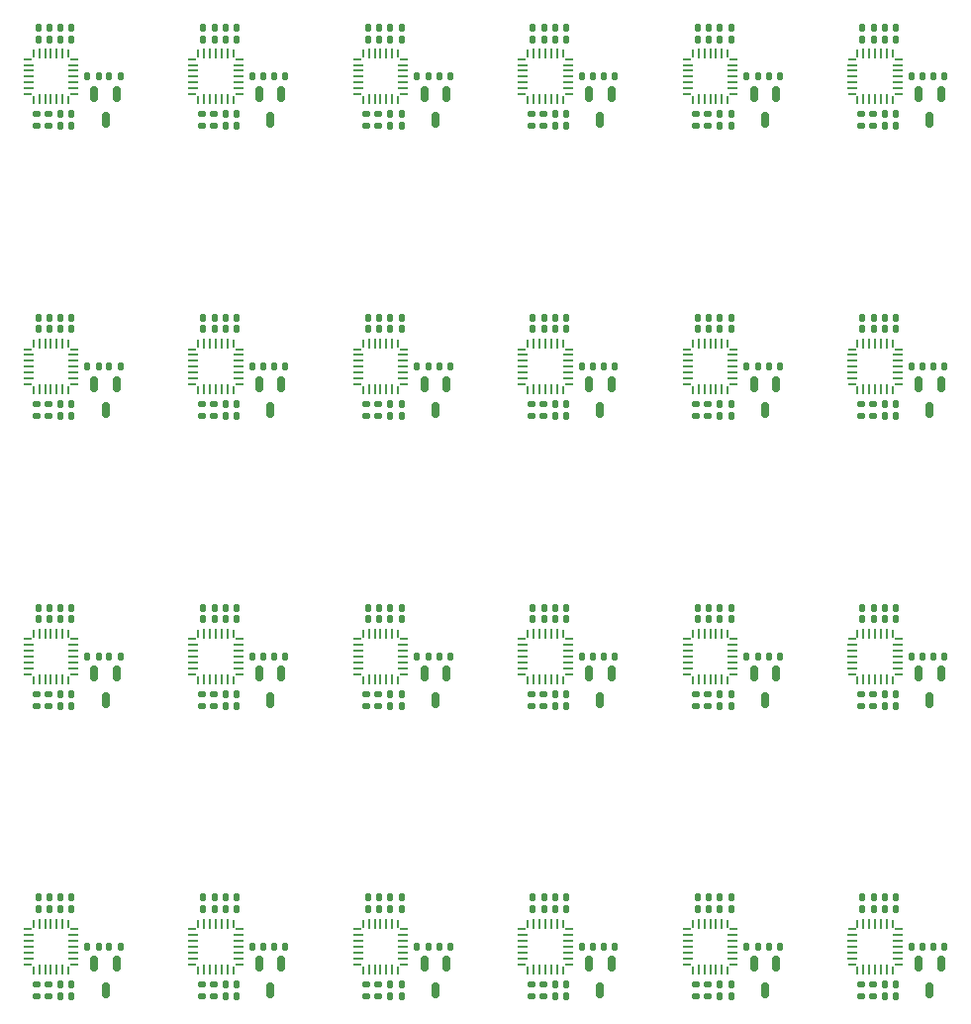
<source format=gbr>
%TF.GenerationSoftware,KiCad,Pcbnew,7.0.8*%
%TF.CreationDate,2024-02-11T12:05:53+00:00*%
%TF.ProjectId,QMK_controller_test,514d4b5f-636f-46e7-9472-6f6c6c65725f,rev?*%
%TF.SameCoordinates,Original*%
%TF.FileFunction,Paste,Top*%
%TF.FilePolarity,Positive*%
%FSLAX46Y46*%
G04 Gerber Fmt 4.6, Leading zero omitted, Abs format (unit mm)*
G04 Created by KiCad (PCBNEW 7.0.8) date 2024-02-11 12:05:53*
%MOMM*%
%LPD*%
G01*
G04 APERTURE LIST*
G04 Aperture macros list*
%AMRoundRect*
0 Rectangle with rounded corners*
0 $1 Rounding radius*
0 $2 $3 $4 $5 $6 $7 $8 $9 X,Y pos of 4 corners*
0 Add a 4 corners polygon primitive as box body*
4,1,4,$2,$3,$4,$5,$6,$7,$8,$9,$2,$3,0*
0 Add four circle primitives for the rounded corners*
1,1,$1+$1,$2,$3*
1,1,$1+$1,$4,$5*
1,1,$1+$1,$6,$7*
1,1,$1+$1,$8,$9*
0 Add four rect primitives between the rounded corners*
20,1,$1+$1,$2,$3,$4,$5,0*
20,1,$1+$1,$4,$5,$6,$7,0*
20,1,$1+$1,$6,$7,$8,$9,0*
20,1,$1+$1,$8,$9,$2,$3,0*%
%AMFreePoly0*
4,1,14,0.230680,0.111820,0.364320,-0.021821,0.377500,-0.053642,0.377500,-0.080000,0.364320,-0.111820,0.332500,-0.125000,-0.332500,-0.125000,-0.364320,-0.111820,-0.377500,-0.080000,-0.377500,0.080000,-0.364320,0.111820,-0.332500,0.125000,0.198860,0.125000,0.230680,0.111820,0.230680,0.111820,$1*%
%AMFreePoly1*
4,1,14,0.364320,0.111820,0.377500,0.080000,0.377501,0.053640,0.364318,0.021819,0.230680,-0.111820,0.198860,-0.125000,-0.332500,-0.125000,-0.364320,-0.111820,-0.377500,-0.080000,-0.377500,0.080000,-0.364320,0.111820,-0.332500,0.125000,0.332500,0.125000,0.364320,0.111820,0.364320,0.111820,$1*%
%AMFreePoly2*
4,1,15,0.053642,0.377500,0.080000,0.377500,0.111820,0.364320,0.125000,0.332500,0.125000,-0.332500,0.111820,-0.364320,0.080000,-0.377500,-0.080000,-0.377500,-0.111820,-0.364320,-0.125000,-0.332500,-0.125000,0.198860,-0.111820,0.230680,0.021820,0.364320,0.053640,0.377501,0.053642,0.377500,0.053642,0.377500,$1*%
%AMFreePoly3*
4,1,14,-0.021820,0.364320,0.111820,0.230679,0.125001,0.198860,0.125000,-0.332500,0.111820,-0.364320,0.080000,-0.377500,-0.080000,-0.377500,-0.111820,-0.364320,-0.125000,-0.332500,-0.125000,0.332500,-0.111820,0.364320,-0.080000,0.377500,-0.053640,0.377500,-0.021820,0.364320,-0.021820,0.364320,$1*%
%AMFreePoly4*
4,1,14,0.364320,0.111820,0.377500,0.080000,0.377500,-0.080000,0.364320,-0.111820,0.332500,-0.125000,-0.198860,-0.125001,-0.230680,-0.111818,-0.364320,0.021820,-0.377500,0.053640,-0.377500,0.080000,-0.364320,0.111820,-0.332500,0.125000,0.332500,0.125000,0.364320,0.111820,0.364320,0.111820,$1*%
%AMFreePoly5*
4,1,15,-0.198858,0.125000,0.332500,0.125000,0.364320,0.111820,0.377500,0.080000,0.377500,-0.080000,0.364320,-0.111820,0.332500,-0.125000,-0.332500,-0.125000,-0.364320,-0.111820,-0.377500,-0.080000,-0.377500,-0.053640,-0.364320,-0.021820,-0.230680,0.111820,-0.198860,0.125001,-0.198858,0.125000,-0.198858,0.125000,$1*%
%AMFreePoly6*
4,1,14,0.111820,0.364320,0.125000,0.332500,0.125001,-0.198860,0.111818,-0.230680,-0.021820,-0.364320,-0.053640,-0.377500,-0.080000,-0.377500,-0.111820,-0.364320,-0.125000,-0.332500,-0.125000,0.332500,-0.111820,0.364320,-0.080000,0.377500,0.080000,0.377500,0.111820,0.364320,0.111820,0.364320,$1*%
%AMFreePoly7*
4,1,14,0.111820,0.364320,0.125000,0.332500,0.125000,-0.332500,0.111820,-0.364320,0.080000,-0.377500,0.053640,-0.377501,0.021819,-0.364318,-0.111820,-0.230680,-0.125000,-0.198860,-0.125000,0.332500,-0.111820,0.364320,-0.080000,0.377500,0.080000,0.377500,0.111820,0.364320,0.111820,0.364320,$1*%
G04 Aperture macros list end*
%ADD10RoundRect,0.140000X-0.140000X-0.170000X0.140000X-0.170000X0.140000X0.170000X-0.140000X0.170000X0*%
%ADD11RoundRect,0.150000X-0.150000X0.512500X-0.150000X-0.512500X0.150000X-0.512500X0.150000X0.512500X0*%
%ADD12RoundRect,0.140000X0.140000X0.170000X-0.140000X0.170000X-0.140000X-0.170000X0.140000X-0.170000X0*%
%ADD13RoundRect,0.135000X-0.185000X0.135000X-0.185000X-0.135000X0.185000X-0.135000X0.185000X0.135000X0*%
%ADD14FreePoly0,90.000000*%
%ADD15RoundRect,0.062500X0.062500X-0.375000X0.062500X0.375000X-0.062500X0.375000X-0.062500X-0.375000X0*%
%ADD16FreePoly1,90.000000*%
%ADD17FreePoly2,90.000000*%
%ADD18RoundRect,0.062500X0.375000X-0.062500X0.375000X0.062500X-0.375000X0.062500X-0.375000X-0.062500X0*%
%ADD19FreePoly3,90.000000*%
%ADD20FreePoly4,90.000000*%
%ADD21FreePoly5,90.000000*%
%ADD22FreePoly6,90.000000*%
%ADD23FreePoly7,90.000000*%
%ADD24RoundRect,0.135000X0.185000X-0.135000X0.185000X0.135000X-0.185000X0.135000X-0.185000X-0.135000X0*%
G04 APERTURE END LIST*
D10*
%TO.C,C7*%
X156090000Y-111895000D03*
X157050000Y-111895000D03*
%TD*%
D11*
%TO.C,U2*%
X118600000Y-142357500D03*
X116700000Y-142357500D03*
X117650000Y-144632500D03*
%TD*%
D12*
%TO.C,C5*%
X126950000Y-137695000D03*
X125990000Y-137695000D03*
%TD*%
D11*
%TO.C,U2*%
X90400000Y-117557500D03*
X88500000Y-117557500D03*
X89450000Y-119832500D03*
%TD*%
D10*
%TO.C,C8*%
X156090000Y-63295000D03*
X157050000Y-63295000D03*
%TD*%
D11*
%TO.C,U2*%
X90400000Y-142357500D03*
X88500000Y-142357500D03*
X89450000Y-144632500D03*
%TD*%
D10*
%TO.C,C3*%
X99690000Y-70695000D03*
X100650000Y-70695000D03*
%TD*%
D11*
%TO.C,U2*%
X132700000Y-92757500D03*
X130800000Y-92757500D03*
X131750000Y-95032500D03*
%TD*%
%TO.C,U2*%
X132700000Y-117557500D03*
X130800000Y-117557500D03*
X131750000Y-119832500D03*
%TD*%
D12*
%TO.C,C6*%
X126950000Y-111895000D03*
X125990000Y-111895000D03*
%TD*%
D13*
%TO.C,R2*%
X83550000Y-119287500D03*
X83550000Y-120307500D03*
%TD*%
D14*
%TO.C,U1*%
X97370000Y-118092500D03*
D15*
X97870000Y-118032500D03*
X98370000Y-118032500D03*
X98870000Y-118032500D03*
X99370000Y-118032500D03*
X99870000Y-118032500D03*
D16*
X100370000Y-118092500D03*
D17*
X100867500Y-117595000D03*
D18*
X100807500Y-117095000D03*
X100807500Y-116595000D03*
X100807500Y-116095000D03*
X100807500Y-115595000D03*
X100807500Y-115095000D03*
D19*
X100867500Y-114595000D03*
D20*
X100370000Y-114097500D03*
D15*
X99870000Y-114157500D03*
X99370000Y-114157500D03*
X98870000Y-114157500D03*
X98370000Y-114157500D03*
X97870000Y-114157500D03*
D21*
X97370000Y-114097500D03*
D22*
X96872500Y-114595000D03*
D18*
X96932500Y-115095000D03*
X96932500Y-115595000D03*
X96932500Y-116095000D03*
X96932500Y-116595000D03*
X96932500Y-117095000D03*
D23*
X96872500Y-117595000D03*
%TD*%
D10*
%TO.C,C2*%
X144290000Y-66495000D03*
X145250000Y-66495000D03*
%TD*%
%TO.C,C7*%
X113790000Y-136695000D03*
X114750000Y-136695000D03*
%TD*%
%TO.C,C1*%
X160270000Y-66495000D03*
X161230000Y-66495000D03*
%TD*%
%TO.C,C7*%
X156090000Y-136695000D03*
X157050000Y-136695000D03*
%TD*%
D12*
%TO.C,C6*%
X84650000Y-87095000D03*
X83690000Y-87095000D03*
%TD*%
%TO.C,C5*%
X98750000Y-112895000D03*
X97790000Y-112895000D03*
%TD*%
D10*
%TO.C,C8*%
X85590000Y-88095000D03*
X86550000Y-88095000D03*
%TD*%
D12*
%TO.C,C6*%
X84650000Y-62295000D03*
X83690000Y-62295000D03*
%TD*%
D10*
%TO.C,C3*%
X141990000Y-70695000D03*
X142950000Y-70695000D03*
%TD*%
%TO.C,C1*%
X103870000Y-140895000D03*
X104830000Y-140895000D03*
%TD*%
D11*
%TO.C,U2*%
X118600000Y-117557500D03*
X116700000Y-117557500D03*
X117650000Y-119832500D03*
%TD*%
%TO.C,U2*%
X104500000Y-92757500D03*
X102600000Y-92757500D03*
X103550000Y-95032500D03*
%TD*%
%TO.C,U2*%
X146800000Y-67957500D03*
X144900000Y-67957500D03*
X145850000Y-70232500D03*
%TD*%
D10*
%TO.C,C4*%
X113790000Y-119295000D03*
X114750000Y-119295000D03*
%TD*%
D24*
%TO.C,R1*%
X126870000Y-120305000D03*
X126870000Y-119285000D03*
%TD*%
D10*
%TO.C,C2*%
X116090000Y-91295000D03*
X117050000Y-91295000D03*
%TD*%
D14*
%TO.C,U1*%
X83270000Y-118092500D03*
D15*
X83770000Y-118032500D03*
X84270000Y-118032500D03*
X84770000Y-118032500D03*
X85270000Y-118032500D03*
X85770000Y-118032500D03*
D16*
X86270000Y-118092500D03*
D17*
X86767500Y-117595000D03*
D18*
X86707500Y-117095000D03*
X86707500Y-116595000D03*
X86707500Y-116095000D03*
X86707500Y-115595000D03*
X86707500Y-115095000D03*
D19*
X86767500Y-114595000D03*
D20*
X86270000Y-114097500D03*
D15*
X85770000Y-114157500D03*
X85270000Y-114157500D03*
X84770000Y-114157500D03*
X84270000Y-114157500D03*
X83770000Y-114157500D03*
D21*
X83270000Y-114097500D03*
D22*
X82772500Y-114595000D03*
D18*
X82832500Y-115095000D03*
X82832500Y-115595000D03*
X82832500Y-116095000D03*
X82832500Y-116595000D03*
X82832500Y-117095000D03*
D23*
X82772500Y-117595000D03*
%TD*%
D10*
%TO.C,C4*%
X127890000Y-119295000D03*
X128850000Y-119295000D03*
%TD*%
%TO.C,C1*%
X160270000Y-116095000D03*
X161230000Y-116095000D03*
%TD*%
%TO.C,C2*%
X87890000Y-140895000D03*
X88850000Y-140895000D03*
%TD*%
D12*
%TO.C,C6*%
X126950000Y-87095000D03*
X125990000Y-87095000D03*
%TD*%
D10*
%TO.C,C2*%
X87890000Y-91295000D03*
X88850000Y-91295000D03*
%TD*%
%TO.C,C8*%
X156090000Y-112895000D03*
X157050000Y-112895000D03*
%TD*%
D14*
%TO.C,U1*%
X139670000Y-93292500D03*
D15*
X140170000Y-93232500D03*
X140670000Y-93232500D03*
X141170000Y-93232500D03*
X141670000Y-93232500D03*
X142170000Y-93232500D03*
D16*
X142670000Y-93292500D03*
D17*
X143167500Y-92795000D03*
D18*
X143107500Y-92295000D03*
X143107500Y-91795000D03*
X143107500Y-91295000D03*
X143107500Y-90795000D03*
X143107500Y-90295000D03*
D19*
X143167500Y-89795000D03*
D20*
X142670000Y-89297500D03*
D15*
X142170000Y-89357500D03*
X141670000Y-89357500D03*
X141170000Y-89357500D03*
X140670000Y-89357500D03*
X140170000Y-89357500D03*
D21*
X139670000Y-89297500D03*
D22*
X139172500Y-89795000D03*
D18*
X139232500Y-90295000D03*
X139232500Y-90795000D03*
X139232500Y-91295000D03*
X139232500Y-91795000D03*
X139232500Y-92295000D03*
D23*
X139172500Y-92795000D03*
%TD*%
D12*
%TO.C,C6*%
X98750000Y-62295000D03*
X97790000Y-62295000D03*
%TD*%
D24*
%TO.C,R1*%
X126870000Y-145105000D03*
X126870000Y-144085000D03*
%TD*%
D10*
%TO.C,C8*%
X85590000Y-63295000D03*
X86550000Y-63295000D03*
%TD*%
D11*
%TO.C,U2*%
X160900000Y-92757500D03*
X159000000Y-92757500D03*
X159950000Y-95032500D03*
%TD*%
D10*
%TO.C,C4*%
X141990000Y-69695000D03*
X142950000Y-69695000D03*
%TD*%
D24*
%TO.C,R1*%
X112770000Y-70705000D03*
X112770000Y-69685000D03*
%TD*%
D13*
%TO.C,R2*%
X125850000Y-119287500D03*
X125850000Y-120307500D03*
%TD*%
D10*
%TO.C,C1*%
X132070000Y-66495000D03*
X133030000Y-66495000D03*
%TD*%
D24*
%TO.C,R1*%
X98670000Y-95505000D03*
X98670000Y-94485000D03*
%TD*%
D10*
%TO.C,C8*%
X113790000Y-88095000D03*
X114750000Y-88095000D03*
%TD*%
D13*
%TO.C,R2*%
X154050000Y-144087500D03*
X154050000Y-145107500D03*
%TD*%
D10*
%TO.C,C3*%
X156090000Y-145095000D03*
X157050000Y-145095000D03*
%TD*%
D12*
%TO.C,C5*%
X98750000Y-63295000D03*
X97790000Y-63295000D03*
%TD*%
D10*
%TO.C,C2*%
X130190000Y-116095000D03*
X131150000Y-116095000D03*
%TD*%
D13*
%TO.C,R2*%
X125850000Y-94487500D03*
X125850000Y-95507500D03*
%TD*%
%TO.C,R2*%
X111750000Y-119287500D03*
X111750000Y-120307500D03*
%TD*%
D10*
%TO.C,C3*%
X85590000Y-70695000D03*
X86550000Y-70695000D03*
%TD*%
%TO.C,C3*%
X127890000Y-145095000D03*
X128850000Y-145095000D03*
%TD*%
D12*
%TO.C,C6*%
X98750000Y-111895000D03*
X97790000Y-111895000D03*
%TD*%
%TO.C,C6*%
X98750000Y-136695000D03*
X97790000Y-136695000D03*
%TD*%
D10*
%TO.C,C4*%
X113790000Y-144095000D03*
X114750000Y-144095000D03*
%TD*%
D24*
%TO.C,R1*%
X140970000Y-95505000D03*
X140970000Y-94485000D03*
%TD*%
D10*
%TO.C,C4*%
X127890000Y-144095000D03*
X128850000Y-144095000D03*
%TD*%
%TO.C,C2*%
X101990000Y-140895000D03*
X102950000Y-140895000D03*
%TD*%
%TO.C,C8*%
X99690000Y-137695000D03*
X100650000Y-137695000D03*
%TD*%
%TO.C,C7*%
X156090000Y-87095000D03*
X157050000Y-87095000D03*
%TD*%
D11*
%TO.C,U2*%
X160900000Y-67957500D03*
X159000000Y-67957500D03*
X159950000Y-70232500D03*
%TD*%
D10*
%TO.C,C7*%
X127890000Y-62295000D03*
X128850000Y-62295000D03*
%TD*%
D13*
%TO.C,R2*%
X97650000Y-119287500D03*
X97650000Y-120307500D03*
%TD*%
D12*
%TO.C,C6*%
X112850000Y-136695000D03*
X111890000Y-136695000D03*
%TD*%
D10*
%TO.C,C1*%
X117970000Y-66495000D03*
X118930000Y-66495000D03*
%TD*%
%TO.C,C4*%
X85590000Y-94495000D03*
X86550000Y-94495000D03*
%TD*%
%TO.C,C2*%
X130190000Y-91295000D03*
X131150000Y-91295000D03*
%TD*%
D13*
%TO.C,R2*%
X97650000Y-94487500D03*
X97650000Y-95507500D03*
%TD*%
D10*
%TO.C,C2*%
X101990000Y-66495000D03*
X102950000Y-66495000D03*
%TD*%
%TO.C,C2*%
X101990000Y-91295000D03*
X102950000Y-91295000D03*
%TD*%
D12*
%TO.C,C6*%
X98750000Y-87095000D03*
X97790000Y-87095000D03*
%TD*%
D10*
%TO.C,C4*%
X141990000Y-144095000D03*
X142950000Y-144095000D03*
%TD*%
D12*
%TO.C,C6*%
X155150000Y-136695000D03*
X154190000Y-136695000D03*
%TD*%
D10*
%TO.C,C3*%
X156090000Y-95495000D03*
X157050000Y-95495000D03*
%TD*%
D12*
%TO.C,C6*%
X112850000Y-87095000D03*
X111890000Y-87095000D03*
%TD*%
D14*
%TO.C,U1*%
X125570000Y-118092500D03*
D15*
X126070000Y-118032500D03*
X126570000Y-118032500D03*
X127070000Y-118032500D03*
X127570000Y-118032500D03*
X128070000Y-118032500D03*
D16*
X128570000Y-118092500D03*
D17*
X129067500Y-117595000D03*
D18*
X129007500Y-117095000D03*
X129007500Y-116595000D03*
X129007500Y-116095000D03*
X129007500Y-115595000D03*
X129007500Y-115095000D03*
D19*
X129067500Y-114595000D03*
D20*
X128570000Y-114097500D03*
D15*
X128070000Y-114157500D03*
X127570000Y-114157500D03*
X127070000Y-114157500D03*
X126570000Y-114157500D03*
X126070000Y-114157500D03*
D21*
X125570000Y-114097500D03*
D22*
X125072500Y-114595000D03*
D18*
X125132500Y-115095000D03*
X125132500Y-115595000D03*
X125132500Y-116095000D03*
X125132500Y-116595000D03*
X125132500Y-117095000D03*
D23*
X125072500Y-117595000D03*
%TD*%
D24*
%TO.C,R1*%
X126870000Y-70705000D03*
X126870000Y-69685000D03*
%TD*%
D12*
%TO.C,C6*%
X155150000Y-62295000D03*
X154190000Y-62295000D03*
%TD*%
D10*
%TO.C,C1*%
X117970000Y-91295000D03*
X118930000Y-91295000D03*
%TD*%
%TO.C,C8*%
X127890000Y-63295000D03*
X128850000Y-63295000D03*
%TD*%
%TO.C,C8*%
X127890000Y-112895000D03*
X128850000Y-112895000D03*
%TD*%
D14*
%TO.C,U1*%
X125570000Y-68492500D03*
D15*
X126070000Y-68432500D03*
X126570000Y-68432500D03*
X127070000Y-68432500D03*
X127570000Y-68432500D03*
X128070000Y-68432500D03*
D16*
X128570000Y-68492500D03*
D17*
X129067500Y-67995000D03*
D18*
X129007500Y-67495000D03*
X129007500Y-66995000D03*
X129007500Y-66495000D03*
X129007500Y-65995000D03*
X129007500Y-65495000D03*
D19*
X129067500Y-64995000D03*
D20*
X128570000Y-64497500D03*
D15*
X128070000Y-64557500D03*
X127570000Y-64557500D03*
X127070000Y-64557500D03*
X126570000Y-64557500D03*
X126070000Y-64557500D03*
D21*
X125570000Y-64497500D03*
D22*
X125072500Y-64995000D03*
D18*
X125132500Y-65495000D03*
X125132500Y-65995000D03*
X125132500Y-66495000D03*
X125132500Y-66995000D03*
X125132500Y-67495000D03*
D23*
X125072500Y-67995000D03*
%TD*%
D10*
%TO.C,C3*%
X85590000Y-120295000D03*
X86550000Y-120295000D03*
%TD*%
%TO.C,C7*%
X141990000Y-111895000D03*
X142950000Y-111895000D03*
%TD*%
%TO.C,C3*%
X156090000Y-120295000D03*
X157050000Y-120295000D03*
%TD*%
D12*
%TO.C,C5*%
X141050000Y-63295000D03*
X140090000Y-63295000D03*
%TD*%
D10*
%TO.C,C3*%
X113790000Y-120295000D03*
X114750000Y-120295000D03*
%TD*%
D24*
%TO.C,R1*%
X140970000Y-70705000D03*
X140970000Y-69685000D03*
%TD*%
D12*
%TO.C,C6*%
X112850000Y-111895000D03*
X111890000Y-111895000D03*
%TD*%
D11*
%TO.C,U2*%
X104500000Y-67957500D03*
X102600000Y-67957500D03*
X103550000Y-70232500D03*
%TD*%
D24*
%TO.C,R1*%
X140970000Y-120305000D03*
X140970000Y-119285000D03*
%TD*%
D10*
%TO.C,C2*%
X158390000Y-116095000D03*
X159350000Y-116095000D03*
%TD*%
%TO.C,C8*%
X156090000Y-88095000D03*
X157050000Y-88095000D03*
%TD*%
%TO.C,C8*%
X127890000Y-137695000D03*
X128850000Y-137695000D03*
%TD*%
%TO.C,C7*%
X85590000Y-136695000D03*
X86550000Y-136695000D03*
%TD*%
%TO.C,C2*%
X144290000Y-91295000D03*
X145250000Y-91295000D03*
%TD*%
D12*
%TO.C,C6*%
X141050000Y-136695000D03*
X140090000Y-136695000D03*
%TD*%
D24*
%TO.C,R1*%
X140970000Y-145105000D03*
X140970000Y-144085000D03*
%TD*%
D10*
%TO.C,C4*%
X85590000Y-69695000D03*
X86550000Y-69695000D03*
%TD*%
D12*
%TO.C,C5*%
X155150000Y-137695000D03*
X154190000Y-137695000D03*
%TD*%
D10*
%TO.C,C7*%
X127890000Y-87095000D03*
X128850000Y-87095000D03*
%TD*%
D12*
%TO.C,C6*%
X141050000Y-62295000D03*
X140090000Y-62295000D03*
%TD*%
%TO.C,C5*%
X98750000Y-137695000D03*
X97790000Y-137695000D03*
%TD*%
D10*
%TO.C,C1*%
X103870000Y-116095000D03*
X104830000Y-116095000D03*
%TD*%
%TO.C,C7*%
X99690000Y-62295000D03*
X100650000Y-62295000D03*
%TD*%
%TO.C,C1*%
X89770000Y-66495000D03*
X90730000Y-66495000D03*
%TD*%
%TO.C,C4*%
X85590000Y-119295000D03*
X86550000Y-119295000D03*
%TD*%
D13*
%TO.C,R2*%
X125850000Y-144087500D03*
X125850000Y-145107500D03*
%TD*%
D10*
%TO.C,C2*%
X101990000Y-116095000D03*
X102950000Y-116095000D03*
%TD*%
%TO.C,C7*%
X85590000Y-111895000D03*
X86550000Y-111895000D03*
%TD*%
%TO.C,C2*%
X144290000Y-140895000D03*
X145250000Y-140895000D03*
%TD*%
%TO.C,C3*%
X141990000Y-145095000D03*
X142950000Y-145095000D03*
%TD*%
%TO.C,C4*%
X156090000Y-69695000D03*
X157050000Y-69695000D03*
%TD*%
%TO.C,C8*%
X141990000Y-112895000D03*
X142950000Y-112895000D03*
%TD*%
%TO.C,C1*%
X132070000Y-140895000D03*
X133030000Y-140895000D03*
%TD*%
%TO.C,C4*%
X127890000Y-69695000D03*
X128850000Y-69695000D03*
%TD*%
%TO.C,C1*%
X103870000Y-91295000D03*
X104830000Y-91295000D03*
%TD*%
D13*
%TO.C,R2*%
X83550000Y-69687500D03*
X83550000Y-70707500D03*
%TD*%
D11*
%TO.C,U2*%
X90400000Y-67957500D03*
X88500000Y-67957500D03*
X89450000Y-70232500D03*
%TD*%
D13*
%TO.C,R2*%
X83550000Y-144087500D03*
X83550000Y-145107500D03*
%TD*%
D12*
%TO.C,C5*%
X112850000Y-137695000D03*
X111890000Y-137695000D03*
%TD*%
D11*
%TO.C,U2*%
X132700000Y-67957500D03*
X130800000Y-67957500D03*
X131750000Y-70232500D03*
%TD*%
D24*
%TO.C,R1*%
X84570000Y-145105000D03*
X84570000Y-144085000D03*
%TD*%
D10*
%TO.C,C4*%
X127890000Y-94495000D03*
X128850000Y-94495000D03*
%TD*%
D12*
%TO.C,C5*%
X141050000Y-88095000D03*
X140090000Y-88095000D03*
%TD*%
D10*
%TO.C,C7*%
X113790000Y-62295000D03*
X114750000Y-62295000D03*
%TD*%
%TO.C,C4*%
X113790000Y-69695000D03*
X114750000Y-69695000D03*
%TD*%
%TO.C,C3*%
X113790000Y-70695000D03*
X114750000Y-70695000D03*
%TD*%
D14*
%TO.C,U1*%
X111470000Y-93292500D03*
D15*
X111970000Y-93232500D03*
X112470000Y-93232500D03*
X112970000Y-93232500D03*
X113470000Y-93232500D03*
X113970000Y-93232500D03*
D16*
X114470000Y-93292500D03*
D17*
X114967500Y-92795000D03*
D18*
X114907500Y-92295000D03*
X114907500Y-91795000D03*
X114907500Y-91295000D03*
X114907500Y-90795000D03*
X114907500Y-90295000D03*
D19*
X114967500Y-89795000D03*
D20*
X114470000Y-89297500D03*
D15*
X113970000Y-89357500D03*
X113470000Y-89357500D03*
X112970000Y-89357500D03*
X112470000Y-89357500D03*
X111970000Y-89357500D03*
D21*
X111470000Y-89297500D03*
D22*
X110972500Y-89795000D03*
D18*
X111032500Y-90295000D03*
X111032500Y-90795000D03*
X111032500Y-91295000D03*
X111032500Y-91795000D03*
X111032500Y-92295000D03*
D23*
X110972500Y-92795000D03*
%TD*%
D10*
%TO.C,C3*%
X113790000Y-145095000D03*
X114750000Y-145095000D03*
%TD*%
D14*
%TO.C,U1*%
X97370000Y-142892500D03*
D15*
X97870000Y-142832500D03*
X98370000Y-142832500D03*
X98870000Y-142832500D03*
X99370000Y-142832500D03*
X99870000Y-142832500D03*
D16*
X100370000Y-142892500D03*
D17*
X100867500Y-142395000D03*
D18*
X100807500Y-141895000D03*
X100807500Y-141395000D03*
X100807500Y-140895000D03*
X100807500Y-140395000D03*
X100807500Y-139895000D03*
D19*
X100867500Y-139395000D03*
D20*
X100370000Y-138897500D03*
D15*
X99870000Y-138957500D03*
X99370000Y-138957500D03*
X98870000Y-138957500D03*
X98370000Y-138957500D03*
X97870000Y-138957500D03*
D21*
X97370000Y-138897500D03*
D22*
X96872500Y-139395000D03*
D18*
X96932500Y-139895000D03*
X96932500Y-140395000D03*
X96932500Y-140895000D03*
X96932500Y-141395000D03*
X96932500Y-141895000D03*
D23*
X96872500Y-142395000D03*
%TD*%
D10*
%TO.C,C7*%
X113790000Y-87095000D03*
X114750000Y-87095000D03*
%TD*%
%TO.C,C8*%
X85590000Y-137695000D03*
X86550000Y-137695000D03*
%TD*%
%TO.C,C4*%
X156090000Y-144095000D03*
X157050000Y-144095000D03*
%TD*%
D13*
%TO.C,R2*%
X111750000Y-144087500D03*
X111750000Y-145107500D03*
%TD*%
D12*
%TO.C,C5*%
X112850000Y-88095000D03*
X111890000Y-88095000D03*
%TD*%
D10*
%TO.C,C1*%
X117970000Y-116095000D03*
X118930000Y-116095000D03*
%TD*%
D14*
%TO.C,U1*%
X111470000Y-118092500D03*
D15*
X111970000Y-118032500D03*
X112470000Y-118032500D03*
X112970000Y-118032500D03*
X113470000Y-118032500D03*
X113970000Y-118032500D03*
D16*
X114470000Y-118092500D03*
D17*
X114967500Y-117595000D03*
D18*
X114907500Y-117095000D03*
X114907500Y-116595000D03*
X114907500Y-116095000D03*
X114907500Y-115595000D03*
X114907500Y-115095000D03*
D19*
X114967500Y-114595000D03*
D20*
X114470000Y-114097500D03*
D15*
X113970000Y-114157500D03*
X113470000Y-114157500D03*
X112970000Y-114157500D03*
X112470000Y-114157500D03*
X111970000Y-114157500D03*
D21*
X111470000Y-114097500D03*
D22*
X110972500Y-114595000D03*
D18*
X111032500Y-115095000D03*
X111032500Y-115595000D03*
X111032500Y-116095000D03*
X111032500Y-116595000D03*
X111032500Y-117095000D03*
D23*
X110972500Y-117595000D03*
%TD*%
D12*
%TO.C,C5*%
X155150000Y-63295000D03*
X154190000Y-63295000D03*
%TD*%
D14*
%TO.C,U1*%
X139670000Y-68492500D03*
D15*
X140170000Y-68432500D03*
X140670000Y-68432500D03*
X141170000Y-68432500D03*
X141670000Y-68432500D03*
X142170000Y-68432500D03*
D16*
X142670000Y-68492500D03*
D17*
X143167500Y-67995000D03*
D18*
X143107500Y-67495000D03*
X143107500Y-66995000D03*
X143107500Y-66495000D03*
X143107500Y-65995000D03*
X143107500Y-65495000D03*
D19*
X143167500Y-64995000D03*
D20*
X142670000Y-64497500D03*
D15*
X142170000Y-64557500D03*
X141670000Y-64557500D03*
X141170000Y-64557500D03*
X140670000Y-64557500D03*
X140170000Y-64557500D03*
D21*
X139670000Y-64497500D03*
D22*
X139172500Y-64995000D03*
D18*
X139232500Y-65495000D03*
X139232500Y-65995000D03*
X139232500Y-66495000D03*
X139232500Y-66995000D03*
X139232500Y-67495000D03*
D23*
X139172500Y-67995000D03*
%TD*%
D10*
%TO.C,C7*%
X99690000Y-136695000D03*
X100650000Y-136695000D03*
%TD*%
%TO.C,C2*%
X130190000Y-66495000D03*
X131150000Y-66495000D03*
%TD*%
%TO.C,C8*%
X113790000Y-137695000D03*
X114750000Y-137695000D03*
%TD*%
%TO.C,C4*%
X113790000Y-94495000D03*
X114750000Y-94495000D03*
%TD*%
%TO.C,C1*%
X146170000Y-140895000D03*
X147130000Y-140895000D03*
%TD*%
D13*
%TO.C,R2*%
X111750000Y-69687500D03*
X111750000Y-70707500D03*
%TD*%
D10*
%TO.C,C2*%
X158390000Y-140895000D03*
X159350000Y-140895000D03*
%TD*%
D14*
%TO.C,U1*%
X111470000Y-142892500D03*
D15*
X111970000Y-142832500D03*
X112470000Y-142832500D03*
X112970000Y-142832500D03*
X113470000Y-142832500D03*
X113970000Y-142832500D03*
D16*
X114470000Y-142892500D03*
D17*
X114967500Y-142395000D03*
D18*
X114907500Y-141895000D03*
X114907500Y-141395000D03*
X114907500Y-140895000D03*
X114907500Y-140395000D03*
X114907500Y-139895000D03*
D19*
X114967500Y-139395000D03*
D20*
X114470000Y-138897500D03*
D15*
X113970000Y-138957500D03*
X113470000Y-138957500D03*
X112970000Y-138957500D03*
X112470000Y-138957500D03*
X111970000Y-138957500D03*
D21*
X111470000Y-138897500D03*
D22*
X110972500Y-139395000D03*
D18*
X111032500Y-139895000D03*
X111032500Y-140395000D03*
X111032500Y-140895000D03*
X111032500Y-141395000D03*
X111032500Y-141895000D03*
D23*
X110972500Y-142395000D03*
%TD*%
D12*
%TO.C,C5*%
X126950000Y-88095000D03*
X125990000Y-88095000D03*
%TD*%
D14*
%TO.C,U1*%
X83270000Y-68492500D03*
D15*
X83770000Y-68432500D03*
X84270000Y-68432500D03*
X84770000Y-68432500D03*
X85270000Y-68432500D03*
X85770000Y-68432500D03*
D16*
X86270000Y-68492500D03*
D17*
X86767500Y-67995000D03*
D18*
X86707500Y-67495000D03*
X86707500Y-66995000D03*
X86707500Y-66495000D03*
X86707500Y-65995000D03*
X86707500Y-65495000D03*
D19*
X86767500Y-64995000D03*
D20*
X86270000Y-64497500D03*
D15*
X85770000Y-64557500D03*
X85270000Y-64557500D03*
X84770000Y-64557500D03*
X84270000Y-64557500D03*
X83770000Y-64557500D03*
D21*
X83270000Y-64497500D03*
D22*
X82772500Y-64995000D03*
D18*
X82832500Y-65495000D03*
X82832500Y-65995000D03*
X82832500Y-66495000D03*
X82832500Y-66995000D03*
X82832500Y-67495000D03*
D23*
X82772500Y-67995000D03*
%TD*%
D14*
%TO.C,U1*%
X97370000Y-93292500D03*
D15*
X97870000Y-93232500D03*
X98370000Y-93232500D03*
X98870000Y-93232500D03*
X99370000Y-93232500D03*
X99870000Y-93232500D03*
D16*
X100370000Y-93292500D03*
D17*
X100867500Y-92795000D03*
D18*
X100807500Y-92295000D03*
X100807500Y-91795000D03*
X100807500Y-91295000D03*
X100807500Y-90795000D03*
X100807500Y-90295000D03*
D19*
X100867500Y-89795000D03*
D20*
X100370000Y-89297500D03*
D15*
X99870000Y-89357500D03*
X99370000Y-89357500D03*
X98870000Y-89357500D03*
X98370000Y-89357500D03*
X97870000Y-89357500D03*
D21*
X97370000Y-89297500D03*
D22*
X96872500Y-89795000D03*
D18*
X96932500Y-90295000D03*
X96932500Y-90795000D03*
X96932500Y-91295000D03*
X96932500Y-91795000D03*
X96932500Y-92295000D03*
D23*
X96872500Y-92795000D03*
%TD*%
D14*
%TO.C,U1*%
X111470000Y-68492500D03*
D15*
X111970000Y-68432500D03*
X112470000Y-68432500D03*
X112970000Y-68432500D03*
X113470000Y-68432500D03*
X113970000Y-68432500D03*
D16*
X114470000Y-68492500D03*
D17*
X114967500Y-67995000D03*
D18*
X114907500Y-67495000D03*
X114907500Y-66995000D03*
X114907500Y-66495000D03*
X114907500Y-65995000D03*
X114907500Y-65495000D03*
D19*
X114967500Y-64995000D03*
D20*
X114470000Y-64497500D03*
D15*
X113970000Y-64557500D03*
X113470000Y-64557500D03*
X112970000Y-64557500D03*
X112470000Y-64557500D03*
X111970000Y-64557500D03*
D21*
X111470000Y-64497500D03*
D22*
X110972500Y-64995000D03*
D18*
X111032500Y-65495000D03*
X111032500Y-65995000D03*
X111032500Y-66495000D03*
X111032500Y-66995000D03*
X111032500Y-67495000D03*
D23*
X110972500Y-67995000D03*
%TD*%
D10*
%TO.C,C4*%
X99690000Y-119295000D03*
X100650000Y-119295000D03*
%TD*%
D12*
%TO.C,C5*%
X141050000Y-112895000D03*
X140090000Y-112895000D03*
%TD*%
D14*
%TO.C,U1*%
X153770000Y-68492500D03*
D15*
X154270000Y-68432500D03*
X154770000Y-68432500D03*
X155270000Y-68432500D03*
X155770000Y-68432500D03*
X156270000Y-68432500D03*
D16*
X156770000Y-68492500D03*
D17*
X157267500Y-67995000D03*
D18*
X157207500Y-67495000D03*
X157207500Y-66995000D03*
X157207500Y-66495000D03*
X157207500Y-65995000D03*
X157207500Y-65495000D03*
D19*
X157267500Y-64995000D03*
D20*
X156770000Y-64497500D03*
D15*
X156270000Y-64557500D03*
X155770000Y-64557500D03*
X155270000Y-64557500D03*
X154770000Y-64557500D03*
X154270000Y-64557500D03*
D21*
X153770000Y-64497500D03*
D22*
X153272500Y-64995000D03*
D18*
X153332500Y-65495000D03*
X153332500Y-65995000D03*
X153332500Y-66495000D03*
X153332500Y-66995000D03*
X153332500Y-67495000D03*
D23*
X153272500Y-67995000D03*
%TD*%
D12*
%TO.C,C6*%
X155150000Y-87095000D03*
X154190000Y-87095000D03*
%TD*%
%TO.C,C5*%
X155150000Y-112895000D03*
X154190000Y-112895000D03*
%TD*%
D10*
%TO.C,C1*%
X89770000Y-140895000D03*
X90730000Y-140895000D03*
%TD*%
D11*
%TO.C,U2*%
X132700000Y-142357500D03*
X130800000Y-142357500D03*
X131750000Y-144632500D03*
%TD*%
D10*
%TO.C,C8*%
X127890000Y-88095000D03*
X128850000Y-88095000D03*
%TD*%
%TO.C,C2*%
X158390000Y-91295000D03*
X159350000Y-91295000D03*
%TD*%
D12*
%TO.C,C6*%
X84650000Y-136695000D03*
X83690000Y-136695000D03*
%TD*%
D11*
%TO.C,U2*%
X160900000Y-142357500D03*
X159000000Y-142357500D03*
X159950000Y-144632500D03*
%TD*%
%TO.C,U2*%
X146800000Y-142357500D03*
X144900000Y-142357500D03*
X145850000Y-144632500D03*
%TD*%
D10*
%TO.C,C8*%
X113790000Y-63295000D03*
X114750000Y-63295000D03*
%TD*%
D12*
%TO.C,C5*%
X126950000Y-112895000D03*
X125990000Y-112895000D03*
%TD*%
D11*
%TO.C,U2*%
X90400000Y-92757500D03*
X88500000Y-92757500D03*
X89450000Y-95032500D03*
%TD*%
D14*
%TO.C,U1*%
X125570000Y-93292500D03*
D15*
X126070000Y-93232500D03*
X126570000Y-93232500D03*
X127070000Y-93232500D03*
X127570000Y-93232500D03*
X128070000Y-93232500D03*
D16*
X128570000Y-93292500D03*
D17*
X129067500Y-92795000D03*
D18*
X129007500Y-92295000D03*
X129007500Y-91795000D03*
X129007500Y-91295000D03*
X129007500Y-90795000D03*
X129007500Y-90295000D03*
D19*
X129067500Y-89795000D03*
D20*
X128570000Y-89297500D03*
D15*
X128070000Y-89357500D03*
X127570000Y-89357500D03*
X127070000Y-89357500D03*
X126570000Y-89357500D03*
X126070000Y-89357500D03*
D21*
X125570000Y-89297500D03*
D22*
X125072500Y-89795000D03*
D18*
X125132500Y-90295000D03*
X125132500Y-90795000D03*
X125132500Y-91295000D03*
X125132500Y-91795000D03*
X125132500Y-92295000D03*
D23*
X125072500Y-92795000D03*
%TD*%
D10*
%TO.C,C3*%
X99690000Y-120295000D03*
X100650000Y-120295000D03*
%TD*%
%TO.C,C3*%
X127890000Y-95495000D03*
X128850000Y-95495000D03*
%TD*%
D24*
%TO.C,R1*%
X155070000Y-70705000D03*
X155070000Y-69685000D03*
%TD*%
D12*
%TO.C,C5*%
X112850000Y-63295000D03*
X111890000Y-63295000D03*
%TD*%
D10*
%TO.C,C2*%
X158390000Y-66495000D03*
X159350000Y-66495000D03*
%TD*%
%TO.C,C2*%
X87890000Y-66495000D03*
X88850000Y-66495000D03*
%TD*%
D13*
%TO.C,R2*%
X125850000Y-69687500D03*
X125850000Y-70707500D03*
%TD*%
D10*
%TO.C,C7*%
X85590000Y-62295000D03*
X86550000Y-62295000D03*
%TD*%
D14*
%TO.C,U1*%
X153770000Y-118092500D03*
D15*
X154270000Y-118032500D03*
X154770000Y-118032500D03*
X155270000Y-118032500D03*
X155770000Y-118032500D03*
X156270000Y-118032500D03*
D16*
X156770000Y-118092500D03*
D17*
X157267500Y-117595000D03*
D18*
X157207500Y-117095000D03*
X157207500Y-116595000D03*
X157207500Y-116095000D03*
X157207500Y-115595000D03*
X157207500Y-115095000D03*
D19*
X157267500Y-114595000D03*
D20*
X156770000Y-114097500D03*
D15*
X156270000Y-114157500D03*
X155770000Y-114157500D03*
X155270000Y-114157500D03*
X154770000Y-114157500D03*
X154270000Y-114157500D03*
D21*
X153770000Y-114097500D03*
D22*
X153272500Y-114595000D03*
D18*
X153332500Y-115095000D03*
X153332500Y-115595000D03*
X153332500Y-116095000D03*
X153332500Y-116595000D03*
X153332500Y-117095000D03*
D23*
X153272500Y-117595000D03*
%TD*%
D12*
%TO.C,C5*%
X84650000Y-112895000D03*
X83690000Y-112895000D03*
%TD*%
D10*
%TO.C,C8*%
X156090000Y-137695000D03*
X157050000Y-137695000D03*
%TD*%
%TO.C,C1*%
X132070000Y-116095000D03*
X133030000Y-116095000D03*
%TD*%
D12*
%TO.C,C6*%
X141050000Y-111895000D03*
X140090000Y-111895000D03*
%TD*%
D10*
%TO.C,C3*%
X156090000Y-70695000D03*
X157050000Y-70695000D03*
%TD*%
D14*
%TO.C,U1*%
X83270000Y-142892500D03*
D15*
X83770000Y-142832500D03*
X84270000Y-142832500D03*
X84770000Y-142832500D03*
X85270000Y-142832500D03*
X85770000Y-142832500D03*
D16*
X86270000Y-142892500D03*
D17*
X86767500Y-142395000D03*
D18*
X86707500Y-141895000D03*
X86707500Y-141395000D03*
X86707500Y-140895000D03*
X86707500Y-140395000D03*
X86707500Y-139895000D03*
D19*
X86767500Y-139395000D03*
D20*
X86270000Y-138897500D03*
D15*
X85770000Y-138957500D03*
X85270000Y-138957500D03*
X84770000Y-138957500D03*
X84270000Y-138957500D03*
X83770000Y-138957500D03*
D21*
X83270000Y-138897500D03*
D22*
X82772500Y-139395000D03*
D18*
X82832500Y-139895000D03*
X82832500Y-140395000D03*
X82832500Y-140895000D03*
X82832500Y-141395000D03*
X82832500Y-141895000D03*
D23*
X82772500Y-142395000D03*
%TD*%
D10*
%TO.C,C3*%
X141990000Y-120295000D03*
X142950000Y-120295000D03*
%TD*%
%TO.C,C4*%
X99690000Y-69695000D03*
X100650000Y-69695000D03*
%TD*%
D13*
%TO.C,R2*%
X97650000Y-144087500D03*
X97650000Y-145107500D03*
%TD*%
%TO.C,R2*%
X154050000Y-69687500D03*
X154050000Y-70707500D03*
%TD*%
D14*
%TO.C,U1*%
X83270000Y-93292500D03*
D15*
X83770000Y-93232500D03*
X84270000Y-93232500D03*
X84770000Y-93232500D03*
X85270000Y-93232500D03*
X85770000Y-93232500D03*
D16*
X86270000Y-93292500D03*
D17*
X86767500Y-92795000D03*
D18*
X86707500Y-92295000D03*
X86707500Y-91795000D03*
X86707500Y-91295000D03*
X86707500Y-90795000D03*
X86707500Y-90295000D03*
D19*
X86767500Y-89795000D03*
D20*
X86270000Y-89297500D03*
D15*
X85770000Y-89357500D03*
X85270000Y-89357500D03*
X84770000Y-89357500D03*
X84270000Y-89357500D03*
X83770000Y-89357500D03*
D21*
X83270000Y-89297500D03*
D22*
X82772500Y-89795000D03*
D18*
X82832500Y-90295000D03*
X82832500Y-90795000D03*
X82832500Y-91295000D03*
X82832500Y-91795000D03*
X82832500Y-92295000D03*
D23*
X82772500Y-92795000D03*
%TD*%
D12*
%TO.C,C5*%
X98750000Y-88095000D03*
X97790000Y-88095000D03*
%TD*%
%TO.C,C5*%
X141050000Y-137695000D03*
X140090000Y-137695000D03*
%TD*%
D11*
%TO.C,U2*%
X146800000Y-92757500D03*
X144900000Y-92757500D03*
X145850000Y-95032500D03*
%TD*%
D10*
%TO.C,C1*%
X103870000Y-66495000D03*
X104830000Y-66495000D03*
%TD*%
D14*
%TO.C,U1*%
X139670000Y-142892500D03*
D15*
X140170000Y-142832500D03*
X140670000Y-142832500D03*
X141170000Y-142832500D03*
X141670000Y-142832500D03*
X142170000Y-142832500D03*
D16*
X142670000Y-142892500D03*
D17*
X143167500Y-142395000D03*
D18*
X143107500Y-141895000D03*
X143107500Y-141395000D03*
X143107500Y-140895000D03*
X143107500Y-140395000D03*
X143107500Y-139895000D03*
D19*
X143167500Y-139395000D03*
D20*
X142670000Y-138897500D03*
D15*
X142170000Y-138957500D03*
X141670000Y-138957500D03*
X141170000Y-138957500D03*
X140670000Y-138957500D03*
X140170000Y-138957500D03*
D21*
X139670000Y-138897500D03*
D22*
X139172500Y-139395000D03*
D18*
X139232500Y-139895000D03*
X139232500Y-140395000D03*
X139232500Y-140895000D03*
X139232500Y-141395000D03*
X139232500Y-141895000D03*
D23*
X139172500Y-142395000D03*
%TD*%
D10*
%TO.C,C8*%
X141990000Y-63295000D03*
X142950000Y-63295000D03*
%TD*%
D14*
%TO.C,U1*%
X153770000Y-93292500D03*
D15*
X154270000Y-93232500D03*
X154770000Y-93232500D03*
X155270000Y-93232500D03*
X155770000Y-93232500D03*
X156270000Y-93232500D03*
D16*
X156770000Y-93292500D03*
D17*
X157267500Y-92795000D03*
D18*
X157207500Y-92295000D03*
X157207500Y-91795000D03*
X157207500Y-91295000D03*
X157207500Y-90795000D03*
X157207500Y-90295000D03*
D19*
X157267500Y-89795000D03*
D20*
X156770000Y-89297500D03*
D15*
X156270000Y-89357500D03*
X155770000Y-89357500D03*
X155270000Y-89357500D03*
X154770000Y-89357500D03*
X154270000Y-89357500D03*
D21*
X153770000Y-89297500D03*
D22*
X153272500Y-89795000D03*
D18*
X153332500Y-90295000D03*
X153332500Y-90795000D03*
X153332500Y-91295000D03*
X153332500Y-91795000D03*
X153332500Y-92295000D03*
D23*
X153272500Y-92795000D03*
%TD*%
D10*
%TO.C,C7*%
X113790000Y-111895000D03*
X114750000Y-111895000D03*
%TD*%
%TO.C,C2*%
X116090000Y-140895000D03*
X117050000Y-140895000D03*
%TD*%
D13*
%TO.C,R2*%
X139950000Y-94487500D03*
X139950000Y-95507500D03*
%TD*%
D14*
%TO.C,U1*%
X125570000Y-142892500D03*
D15*
X126070000Y-142832500D03*
X126570000Y-142832500D03*
X127070000Y-142832500D03*
X127570000Y-142832500D03*
X128070000Y-142832500D03*
D16*
X128570000Y-142892500D03*
D17*
X129067500Y-142395000D03*
D18*
X129007500Y-141895000D03*
X129007500Y-141395000D03*
X129007500Y-140895000D03*
X129007500Y-140395000D03*
X129007500Y-139895000D03*
D19*
X129067500Y-139395000D03*
D20*
X128570000Y-138897500D03*
D15*
X128070000Y-138957500D03*
X127570000Y-138957500D03*
X127070000Y-138957500D03*
X126570000Y-138957500D03*
X126070000Y-138957500D03*
D21*
X125570000Y-138897500D03*
D22*
X125072500Y-139395000D03*
D18*
X125132500Y-139895000D03*
X125132500Y-140395000D03*
X125132500Y-140895000D03*
X125132500Y-141395000D03*
X125132500Y-141895000D03*
D23*
X125072500Y-142395000D03*
%TD*%
D24*
%TO.C,R1*%
X98670000Y-120305000D03*
X98670000Y-119285000D03*
%TD*%
D10*
%TO.C,C3*%
X85590000Y-145095000D03*
X86550000Y-145095000D03*
%TD*%
D24*
%TO.C,R1*%
X112770000Y-95505000D03*
X112770000Y-94485000D03*
%TD*%
D11*
%TO.C,U2*%
X118600000Y-67957500D03*
X116700000Y-67957500D03*
X117650000Y-70232500D03*
%TD*%
D10*
%TO.C,C4*%
X156090000Y-94495000D03*
X157050000Y-94495000D03*
%TD*%
%TO.C,C4*%
X99690000Y-94495000D03*
X100650000Y-94495000D03*
%TD*%
D12*
%TO.C,C6*%
X126950000Y-136695000D03*
X125990000Y-136695000D03*
%TD*%
D10*
%TO.C,C3*%
X127890000Y-70695000D03*
X128850000Y-70695000D03*
%TD*%
D24*
%TO.C,R1*%
X98670000Y-70705000D03*
X98670000Y-69685000D03*
%TD*%
D10*
%TO.C,C7*%
X127890000Y-111895000D03*
X128850000Y-111895000D03*
%TD*%
D14*
%TO.C,U1*%
X153770000Y-142892500D03*
D15*
X154270000Y-142832500D03*
X154770000Y-142832500D03*
X155270000Y-142832500D03*
X155770000Y-142832500D03*
X156270000Y-142832500D03*
D16*
X156770000Y-142892500D03*
D17*
X157267500Y-142395000D03*
D18*
X157207500Y-141895000D03*
X157207500Y-141395000D03*
X157207500Y-140895000D03*
X157207500Y-140395000D03*
X157207500Y-139895000D03*
D19*
X157267500Y-139395000D03*
D20*
X156770000Y-138897500D03*
D15*
X156270000Y-138957500D03*
X155770000Y-138957500D03*
X155270000Y-138957500D03*
X154770000Y-138957500D03*
X154270000Y-138957500D03*
D21*
X153770000Y-138897500D03*
D22*
X153272500Y-139395000D03*
D18*
X153332500Y-139895000D03*
X153332500Y-140395000D03*
X153332500Y-140895000D03*
X153332500Y-141395000D03*
X153332500Y-141895000D03*
D23*
X153272500Y-142395000D03*
%TD*%
D10*
%TO.C,C2*%
X130190000Y-140895000D03*
X131150000Y-140895000D03*
%TD*%
D12*
%TO.C,C6*%
X141050000Y-87095000D03*
X140090000Y-87095000D03*
%TD*%
D24*
%TO.C,R1*%
X155070000Y-95505000D03*
X155070000Y-94485000D03*
%TD*%
D10*
%TO.C,C8*%
X141990000Y-137695000D03*
X142950000Y-137695000D03*
%TD*%
D13*
%TO.C,R2*%
X154050000Y-119287500D03*
X154050000Y-120307500D03*
%TD*%
D10*
%TO.C,C3*%
X113790000Y-95495000D03*
X114750000Y-95495000D03*
%TD*%
D13*
%TO.C,R2*%
X154050000Y-94487500D03*
X154050000Y-95507500D03*
%TD*%
%TO.C,R2*%
X139950000Y-119287500D03*
X139950000Y-120307500D03*
%TD*%
D11*
%TO.C,U2*%
X146800000Y-117557500D03*
X144900000Y-117557500D03*
X145850000Y-119832500D03*
%TD*%
D10*
%TO.C,C8*%
X113790000Y-112895000D03*
X114750000Y-112895000D03*
%TD*%
D24*
%TO.C,R1*%
X126870000Y-95505000D03*
X126870000Y-94485000D03*
%TD*%
D10*
%TO.C,C1*%
X132070000Y-91295000D03*
X133030000Y-91295000D03*
%TD*%
%TO.C,C4*%
X85590000Y-144095000D03*
X86550000Y-144095000D03*
%TD*%
D13*
%TO.C,R2*%
X111750000Y-94487500D03*
X111750000Y-95507500D03*
%TD*%
D24*
%TO.C,R1*%
X84570000Y-120305000D03*
X84570000Y-119285000D03*
%TD*%
D10*
%TO.C,C3*%
X85590000Y-95495000D03*
X86550000Y-95495000D03*
%TD*%
D24*
%TO.C,R1*%
X112770000Y-145105000D03*
X112770000Y-144085000D03*
%TD*%
D14*
%TO.C,U1*%
X139670000Y-118092500D03*
D15*
X140170000Y-118032500D03*
X140670000Y-118032500D03*
X141170000Y-118032500D03*
X141670000Y-118032500D03*
X142170000Y-118032500D03*
D16*
X142670000Y-118092500D03*
D17*
X143167500Y-117595000D03*
D18*
X143107500Y-117095000D03*
X143107500Y-116595000D03*
X143107500Y-116095000D03*
X143107500Y-115595000D03*
X143107500Y-115095000D03*
D19*
X143167500Y-114595000D03*
D20*
X142670000Y-114097500D03*
D15*
X142170000Y-114157500D03*
X141670000Y-114157500D03*
X141170000Y-114157500D03*
X140670000Y-114157500D03*
X140170000Y-114157500D03*
D21*
X139670000Y-114097500D03*
D22*
X139172500Y-114595000D03*
D18*
X139232500Y-115095000D03*
X139232500Y-115595000D03*
X139232500Y-116095000D03*
X139232500Y-116595000D03*
X139232500Y-117095000D03*
D23*
X139172500Y-117595000D03*
%TD*%
D10*
%TO.C,C7*%
X141990000Y-136695000D03*
X142950000Y-136695000D03*
%TD*%
%TO.C,C1*%
X117970000Y-140895000D03*
X118930000Y-140895000D03*
%TD*%
D13*
%TO.C,R2*%
X83550000Y-94487500D03*
X83550000Y-95507500D03*
%TD*%
D10*
%TO.C,C1*%
X146170000Y-116095000D03*
X147130000Y-116095000D03*
%TD*%
D12*
%TO.C,C5*%
X84650000Y-63295000D03*
X83690000Y-63295000D03*
%TD*%
D10*
%TO.C,C8*%
X141990000Y-88095000D03*
X142950000Y-88095000D03*
%TD*%
%TO.C,C1*%
X160270000Y-140895000D03*
X161230000Y-140895000D03*
%TD*%
D12*
%TO.C,C5*%
X126950000Y-63295000D03*
X125990000Y-63295000D03*
%TD*%
D11*
%TO.C,U2*%
X118600000Y-92757500D03*
X116700000Y-92757500D03*
X117650000Y-95032500D03*
%TD*%
D12*
%TO.C,C6*%
X155150000Y-111895000D03*
X154190000Y-111895000D03*
%TD*%
D13*
%TO.C,R2*%
X139950000Y-69687500D03*
X139950000Y-70707500D03*
%TD*%
D12*
%TO.C,C6*%
X84650000Y-111895000D03*
X83690000Y-111895000D03*
%TD*%
D13*
%TO.C,R2*%
X97650000Y-69687500D03*
X97650000Y-70707500D03*
%TD*%
D10*
%TO.C,C4*%
X141990000Y-119295000D03*
X142950000Y-119295000D03*
%TD*%
%TO.C,C3*%
X99690000Y-95495000D03*
X100650000Y-95495000D03*
%TD*%
%TO.C,C8*%
X99690000Y-88095000D03*
X100650000Y-88095000D03*
%TD*%
%TO.C,C7*%
X85590000Y-87095000D03*
X86550000Y-87095000D03*
%TD*%
D12*
%TO.C,C5*%
X155150000Y-88095000D03*
X154190000Y-88095000D03*
%TD*%
D10*
%TO.C,C1*%
X89770000Y-116095000D03*
X90730000Y-116095000D03*
%TD*%
D12*
%TO.C,C6*%
X112850000Y-62295000D03*
X111890000Y-62295000D03*
%TD*%
D10*
%TO.C,C7*%
X99690000Y-87095000D03*
X100650000Y-87095000D03*
%TD*%
%TO.C,C7*%
X141990000Y-62295000D03*
X142950000Y-62295000D03*
%TD*%
D11*
%TO.C,U2*%
X160900000Y-117557500D03*
X159000000Y-117557500D03*
X159950000Y-119832500D03*
%TD*%
D10*
%TO.C,C8*%
X99690000Y-112895000D03*
X100650000Y-112895000D03*
%TD*%
%TO.C,C1*%
X146170000Y-66495000D03*
X147130000Y-66495000D03*
%TD*%
%TO.C,C4*%
X156090000Y-119295000D03*
X157050000Y-119295000D03*
%TD*%
%TO.C,C1*%
X160270000Y-91295000D03*
X161230000Y-91295000D03*
%TD*%
D24*
%TO.C,R1*%
X98670000Y-145105000D03*
X98670000Y-144085000D03*
%TD*%
D10*
%TO.C,C3*%
X99690000Y-145095000D03*
X100650000Y-145095000D03*
%TD*%
D24*
%TO.C,R1*%
X112770000Y-120305000D03*
X112770000Y-119285000D03*
%TD*%
D10*
%TO.C,C4*%
X141990000Y-94495000D03*
X142950000Y-94495000D03*
%TD*%
%TO.C,C7*%
X99690000Y-111895000D03*
X100650000Y-111895000D03*
%TD*%
D12*
%TO.C,C5*%
X84650000Y-88095000D03*
X83690000Y-88095000D03*
%TD*%
D10*
%TO.C,C3*%
X141990000Y-95495000D03*
X142950000Y-95495000D03*
%TD*%
%TO.C,C7*%
X127890000Y-136695000D03*
X128850000Y-136695000D03*
%TD*%
%TO.C,C8*%
X99690000Y-63295000D03*
X100650000Y-63295000D03*
%TD*%
%TO.C,C3*%
X127890000Y-120295000D03*
X128850000Y-120295000D03*
%TD*%
%TO.C,C4*%
X99690000Y-144095000D03*
X100650000Y-144095000D03*
%TD*%
%TO.C,C1*%
X146170000Y-91295000D03*
X147130000Y-91295000D03*
%TD*%
%TO.C,C2*%
X116090000Y-116095000D03*
X117050000Y-116095000D03*
%TD*%
D24*
%TO.C,R1*%
X155070000Y-145105000D03*
X155070000Y-144085000D03*
%TD*%
D14*
%TO.C,U1*%
X97370000Y-68492500D03*
D15*
X97870000Y-68432500D03*
X98370000Y-68432500D03*
X98870000Y-68432500D03*
X99370000Y-68432500D03*
X99870000Y-68432500D03*
D16*
X100370000Y-68492500D03*
D17*
X100867500Y-67995000D03*
D18*
X100807500Y-67495000D03*
X100807500Y-66995000D03*
X100807500Y-66495000D03*
X100807500Y-65995000D03*
X100807500Y-65495000D03*
D19*
X100867500Y-64995000D03*
D20*
X100370000Y-64497500D03*
D15*
X99870000Y-64557500D03*
X99370000Y-64557500D03*
X98870000Y-64557500D03*
X98370000Y-64557500D03*
X97870000Y-64557500D03*
D21*
X97370000Y-64497500D03*
D22*
X96872500Y-64995000D03*
D18*
X96932500Y-65495000D03*
X96932500Y-65995000D03*
X96932500Y-66495000D03*
X96932500Y-66995000D03*
X96932500Y-67495000D03*
D23*
X96872500Y-67995000D03*
%TD*%
D24*
%TO.C,R1*%
X84570000Y-70705000D03*
X84570000Y-69685000D03*
%TD*%
D10*
%TO.C,C7*%
X141990000Y-87095000D03*
X142950000Y-87095000D03*
%TD*%
D12*
%TO.C,C5*%
X84650000Y-137695000D03*
X83690000Y-137695000D03*
%TD*%
D24*
%TO.C,R1*%
X84570000Y-95505000D03*
X84570000Y-94485000D03*
%TD*%
D10*
%TO.C,C1*%
X89770000Y-91295000D03*
X90730000Y-91295000D03*
%TD*%
%TO.C,C2*%
X144290000Y-116095000D03*
X145250000Y-116095000D03*
%TD*%
D11*
%TO.C,U2*%
X104500000Y-117557500D03*
X102600000Y-117557500D03*
X103550000Y-119832500D03*
%TD*%
D10*
%TO.C,C7*%
X156090000Y-62295000D03*
X157050000Y-62295000D03*
%TD*%
%TO.C,C2*%
X87890000Y-116095000D03*
X88850000Y-116095000D03*
%TD*%
D13*
%TO.C,R2*%
X139950000Y-144087500D03*
X139950000Y-145107500D03*
%TD*%
D11*
%TO.C,U2*%
X104500000Y-142357500D03*
X102600000Y-142357500D03*
X103550000Y-144632500D03*
%TD*%
D10*
%TO.C,C8*%
X85590000Y-112895000D03*
X86550000Y-112895000D03*
%TD*%
%TO.C,C2*%
X116090000Y-66495000D03*
X117050000Y-66495000D03*
%TD*%
D12*
%TO.C,C5*%
X112850000Y-112895000D03*
X111890000Y-112895000D03*
%TD*%
D24*
%TO.C,R1*%
X155070000Y-120305000D03*
X155070000Y-119285000D03*
%TD*%
D12*
%TO.C,C6*%
X126950000Y-62295000D03*
X125990000Y-62295000D03*
%TD*%
M02*

</source>
